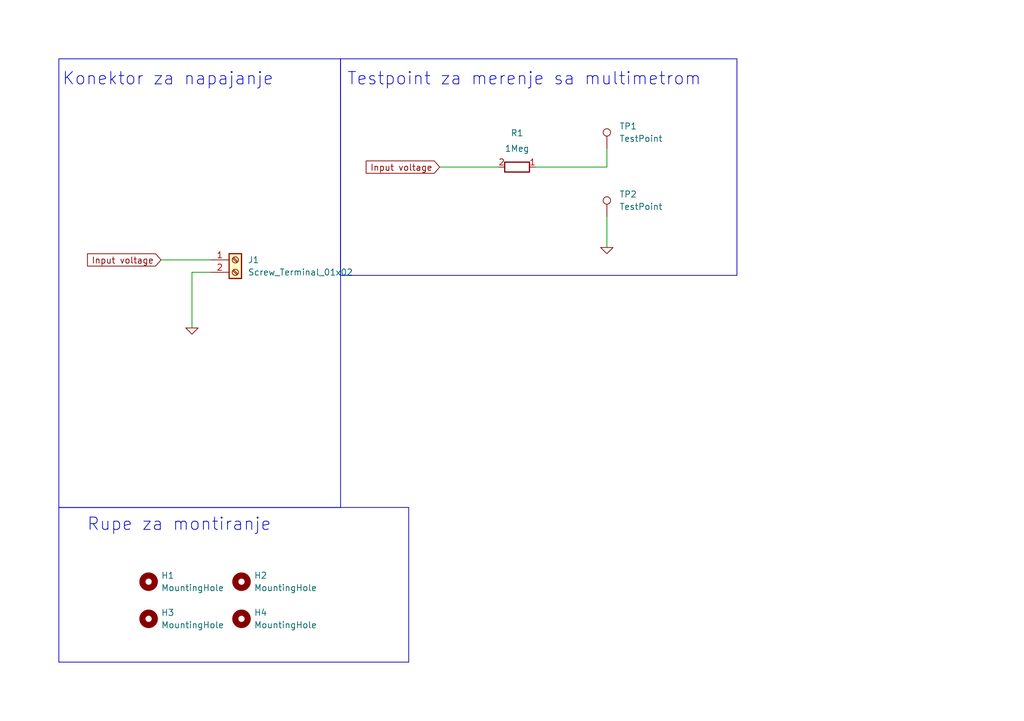
<source format=kicad_sch>
(kicad_sch
	(version 20231120)
	(generator "eeschema")
	(generator_version "8.0")
	(uuid "4bec5ddf-adbf-41fb-a069-c7630bb0044a")
	(paper "A5")
	(title_block
		(title "MegaOtpornik u vazduhu")
		(rev "v1")
	)
	(lib_symbols
		(symbol "Connector:TestPoint"
			(pin_numbers hide)
			(pin_names
				(offset 0.762) hide)
			(exclude_from_sim no)
			(in_bom yes)
			(on_board yes)
			(property "Reference" "TP"
				(at 0 6.858 0)
				(effects
					(font
						(size 1.27 1.27)
					)
				)
			)
			(property "Value" "TestPoint"
				(at 0 5.08 0)
				(effects
					(font
						(size 1.27 1.27)
					)
				)
			)
			(property "Footprint" ""
				(at 5.08 0 0)
				(effects
					(font
						(size 1.27 1.27)
					)
					(hide yes)
				)
			)
			(property "Datasheet" "~"
				(at 5.08 0 0)
				(effects
					(font
						(size 1.27 1.27)
					)
					(hide yes)
				)
			)
			(property "Description" "test point"
				(at 0 0 0)
				(effects
					(font
						(size 1.27 1.27)
					)
					(hide yes)
				)
			)
			(property "ki_keywords" "test point tp"
				(at 0 0 0)
				(effects
					(font
						(size 1.27 1.27)
					)
					(hide yes)
				)
			)
			(property "ki_fp_filters" "Pin* Test*"
				(at 0 0 0)
				(effects
					(font
						(size 1.27 1.27)
					)
					(hide yes)
				)
			)
			(symbol "TestPoint_0_1"
				(circle
					(center 0 3.302)
					(radius 0.762)
					(stroke
						(width 0)
						(type default)
					)
					(fill
						(type none)
					)
				)
			)
			(symbol "TestPoint_1_1"
				(pin passive line
					(at 0 0 90)
					(length 2.54)
					(name "1"
						(effects
							(font
								(size 1.27 1.27)
							)
						)
					)
					(number "1"
						(effects
							(font
								(size 1.27 1.27)
							)
						)
					)
				)
			)
		)
		(symbol "Mechanical:MountingHole"
			(pin_names
				(offset 1.016)
			)
			(exclude_from_sim no)
			(in_bom yes)
			(on_board yes)
			(property "Reference" "H"
				(at 0 5.08 0)
				(effects
					(font
						(size 1.27 1.27)
					)
				)
			)
			(property "Value" "MountingHole"
				(at 0 3.175 0)
				(effects
					(font
						(size 1.27 1.27)
					)
				)
			)
			(property "Footprint" ""
				(at 0 0 0)
				(effects
					(font
						(size 1.27 1.27)
					)
					(hide yes)
				)
			)
			(property "Datasheet" "~"
				(at 0 0 0)
				(effects
					(font
						(size 1.27 1.27)
					)
					(hide yes)
				)
			)
			(property "Description" "Mounting Hole without connection"
				(at 0 0 0)
				(effects
					(font
						(size 1.27 1.27)
					)
					(hide yes)
				)
			)
			(property "ki_keywords" "mounting hole"
				(at 0 0 0)
				(effects
					(font
						(size 1.27 1.27)
					)
					(hide yes)
				)
			)
			(property "ki_fp_filters" "MountingHole*"
				(at 0 0 0)
				(effects
					(font
						(size 1.27 1.27)
					)
					(hide yes)
				)
			)
			(symbol "MountingHole_0_1"
				(circle
					(center 0 0)
					(radius 1.27)
					(stroke
						(width 1.27)
						(type default)
					)
					(fill
						(type none)
					)
				)
			)
		)
		(symbol "PEP_library:R_THT"
			(exclude_from_sim no)
			(in_bom yes)
			(on_board yes)
			(property "Reference" "R"
				(at 2.286 0.762 0)
				(effects
					(font
						(size 1.27 1.27)
					)
				)
			)
			(property "Value" ""
				(at 2.54 -1.524 0)
				(effects
					(font
						(size 1.27 1.27)
					)
				)
			)
			(property "Footprint" "PEP_library:R_Axial_DIN0207_L6.3mm_D2.5mm_P15.24mm_Horizontal"
				(at 0 -3.302 0)
				(effects
					(font
						(size 1.27 1.27)
					)
					(hide yes)
				)
			)
			(property "Datasheet" ""
				(at 0 0 0)
				(effects
					(font
						(size 1.27 1.27)
					)
					(hide yes)
				)
			)
			(property "Description" ""
				(at 0 0 0)
				(effects
					(font
						(size 1.27 1.27)
					)
					(hide yes)
				)
			)
			(property "Size" "THT"
				(at -3.556 -1.27 0)
				(effects
					(font
						(size 1.27 1.27)
					)
				)
			)
			(property "Power rating" ""
				(at 0 0 0)
				(effects
					(font
						(size 1.27 1.27)
					)
					(hide yes)
				)
			)
			(symbol "R_THT_0_1"
				(rectangle
					(start -1.016 2.54)
					(end 1.016 -2.54)
					(stroke
						(width 0.254)
						(type default)
					)
					(fill
						(type none)
					)
				)
			)
			(symbol "R_THT_1_1"
				(pin passive line
					(at 0 3.81 270)
					(length 1.27)
					(name "~"
						(effects
							(font
								(size 1.27 1.27)
							)
						)
					)
					(number "1"
						(effects
							(font
								(size 1.27 1.27)
							)
						)
					)
				)
				(pin passive line
					(at 0 -3.81 90)
					(length 1.27)
					(name "~"
						(effects
							(font
								(size 1.27 1.27)
							)
						)
					)
					(number "2"
						(effects
							(font
								(size 1.27 1.27)
							)
						)
					)
				)
			)
		)
		(symbol "PEP_library:Screw_Terminal_01x02"
			(pin_names
				(offset 1.016) hide)
			(exclude_from_sim no)
			(in_bom yes)
			(on_board yes)
			(property "Reference" "J"
				(at 0 2.54 0)
				(effects
					(font
						(size 1.27 1.27)
					)
				)
			)
			(property "Value" "Screw_Terminal_01x02"
				(at 0 -5.08 0)
				(effects
					(font
						(size 1.27 1.27)
					)
				)
			)
			(property "Footprint" "PEP_library:JP_Connector_PinHeader_2.54mmPinHeader_1x02_P2.54mm_Vertical"
				(at 0 0 0)
				(effects
					(font
						(size 1.27 1.27)
					)
					(hide yes)
				)
			)
			(property "Datasheet" "~"
				(at 0 0 0)
				(effects
					(font
						(size 1.27 1.27)
					)
					(hide yes)
				)
			)
			(property "Description" "Generic screw terminal, single row, 01x02, script generated (kicad-library-utils/schlib/autogen/connector/)"
				(at 0 0 0)
				(effects
					(font
						(size 1.27 1.27)
					)
					(hide yes)
				)
			)
			(property "ki_keywords" "screw terminal"
				(at 0 0 0)
				(effects
					(font
						(size 1.27 1.27)
					)
					(hide yes)
				)
			)
			(property "ki_fp_filters" "TerminalBlock*:*"
				(at 0 0 0)
				(effects
					(font
						(size 1.27 1.27)
					)
					(hide yes)
				)
			)
			(symbol "Screw_Terminal_01x02_1_1"
				(rectangle
					(start -1.27 1.27)
					(end 1.27 -3.81)
					(stroke
						(width 0.254)
						(type default)
					)
					(fill
						(type background)
					)
				)
				(circle
					(center 0 -2.54)
					(radius 0.635)
					(stroke
						(width 0.1524)
						(type default)
					)
					(fill
						(type none)
					)
				)
				(polyline
					(pts
						(xy -0.5334 -2.2098) (xy 0.3302 -3.048)
					)
					(stroke
						(width 0.1524)
						(type default)
					)
					(fill
						(type none)
					)
				)
				(polyline
					(pts
						(xy -0.5334 0.3302) (xy 0.3302 -0.508)
					)
					(stroke
						(width 0.1524)
						(type default)
					)
					(fill
						(type none)
					)
				)
				(polyline
					(pts
						(xy -0.3556 -2.032) (xy 0.508 -2.8702)
					)
					(stroke
						(width 0.1524)
						(type default)
					)
					(fill
						(type none)
					)
				)
				(polyline
					(pts
						(xy -0.3556 0.508) (xy 0.508 -0.3302)
					)
					(stroke
						(width 0.1524)
						(type default)
					)
					(fill
						(type none)
					)
				)
				(circle
					(center 0 0)
					(radius 0.635)
					(stroke
						(width 0.1524)
						(type default)
					)
					(fill
						(type none)
					)
				)
				(pin passive line
					(at -5.08 0 0)
					(length 3.81)
					(name "Pin_1"
						(effects
							(font
								(size 1.27 1.27)
							)
						)
					)
					(number "1"
						(effects
							(font
								(size 1.27 1.27)
							)
						)
					)
				)
				(pin passive line
					(at -5.08 -2.54 0)
					(length 3.81)
					(name "Pin_2"
						(effects
							(font
								(size 1.27 1.27)
							)
						)
					)
					(number "2"
						(effects
							(font
								(size 1.27 1.27)
							)
						)
					)
				)
			)
		)
		(symbol "Simulation_SPICE:0"
			(power)
			(pin_names
				(offset 0)
			)
			(exclude_from_sim no)
			(in_bom yes)
			(on_board yes)
			(property "Reference" "#GND"
				(at 0 -2.54 0)
				(effects
					(font
						(size 1.27 1.27)
					)
					(hide yes)
				)
			)
			(property "Value" "0"
				(at 0 -1.778 0)
				(effects
					(font
						(size 1.27 1.27)
					)
				)
			)
			(property "Footprint" ""
				(at 0 0 0)
				(effects
					(font
						(size 1.27 1.27)
					)
					(hide yes)
				)
			)
			(property "Datasheet" "~"
				(at 0 0 0)
				(effects
					(font
						(size 1.27 1.27)
					)
					(hide yes)
				)
			)
			(property "Description" "0V reference potential for simulation"
				(at 0 0 0)
				(effects
					(font
						(size 1.27 1.27)
					)
					(hide yes)
				)
			)
			(property "ki_keywords" "simulation"
				(at 0 0 0)
				(effects
					(font
						(size 1.27 1.27)
					)
					(hide yes)
				)
			)
			(symbol "0_0_1"
				(polyline
					(pts
						(xy -1.27 0) (xy 0 -1.27) (xy 1.27 0) (xy -1.27 0)
					)
					(stroke
						(width 0)
						(type default)
					)
					(fill
						(type none)
					)
				)
			)
			(symbol "0_1_1"
				(pin power_in line
					(at 0 0 0)
					(length 0) hide
					(name "0"
						(effects
							(font
								(size 1.016 1.016)
							)
						)
					)
					(number "1"
						(effects
							(font
								(size 1.016 1.016)
							)
						)
					)
				)
			)
		)
	)
	(wire
		(pts
			(xy 124.46 34.29) (xy 109.855 34.29)
		)
		(stroke
			(width 0)
			(type default)
		)
		(uuid "1a937f0a-43d0-4de8-97d8-af1e45a332e0")
	)
	(wire
		(pts
			(xy 39.37 55.88) (xy 43.18 55.88)
		)
		(stroke
			(width 0)
			(type default)
		)
		(uuid "2de1e4d5-dca0-404d-be79-48c2917ccfcd")
	)
	(wire
		(pts
			(xy 90.17 34.29) (xy 102.235 34.29)
		)
		(stroke
			(width 0)
			(type default)
		)
		(uuid "84be50b0-2539-4751-9d20-1f5e6a8701a7")
	)
	(wire
		(pts
			(xy 124.46 44.45) (xy 124.46 50.8)
		)
		(stroke
			(width 0)
			(type default)
		)
		(uuid "ad00e8da-03bd-4e75-bac6-0a8447f0ddfd")
	)
	(wire
		(pts
			(xy 43.18 53.34) (xy 33.02 53.34)
		)
		(stroke
			(width 0)
			(type default)
		)
		(uuid "b2cf25fa-878d-4868-ac7f-3dcb387d77f0")
	)
	(wire
		(pts
			(xy 124.46 30.48) (xy 124.46 34.29)
		)
		(stroke
			(width 0)
			(type default)
		)
		(uuid "d7cf4997-dd7b-4163-b077-e5f24706b042")
	)
	(wire
		(pts
			(xy 39.37 55.88) (xy 39.37 67.31)
		)
		(stroke
			(width 0)
			(type default)
		)
		(uuid "deee6f42-005e-404e-9987-66c114bfffeb")
	)
	(rectangle
		(start 12.065 12.065)
		(end 69.85 104.14)
		(stroke
			(width 0)
			(type default)
		)
		(fill
			(type none)
		)
		(uuid 38749e43-3110-4f59-8ac6-76775dd37de5)
	)
	(rectangle
		(start 12.065 104.14)
		(end 83.82 135.89)
		(stroke
			(width 0)
			(type default)
		)
		(fill
			(type none)
		)
		(uuid 81b9c5dc-703e-43b5-ad34-0becdc64748b)
	)
	(rectangle
		(start 69.85 12.065)
		(end 151.13 56.515)
		(stroke
			(width 0)
			(type default)
		)
		(fill
			(type none)
		)
		(uuid d4ac0108-50c7-4338-8f56-9f2b63c91bc1)
	)
	(text "Rupe za montiranje\n"
		(exclude_from_sim no)
		(at 17.78 109.22 0)
		(effects
			(font
				(size 2.54 2.54)
			)
			(justify left bottom)
		)
		(uuid "2a4bf67d-83bf-4c30-a6e3-5f60222c600a")
	)
	(text "Konektor za napajanje"
		(exclude_from_sim no)
		(at 12.7 17.78 0)
		(effects
			(font
				(size 2.54 2.54)
			)
			(justify left bottom)
		)
		(uuid "7adc5d2b-b8ad-46b4-be92-74dfb29a0d16")
	)
	(text "Testpoint za merenje sa multimetrom"
		(exclude_from_sim no)
		(at 71.12 17.78 0)
		(effects
			(font
				(size 2.54 2.54)
			)
			(justify left bottom)
		)
		(uuid "a0f6d9b0-5a3e-47ab-948b-323d2eea09f2")
	)
	(global_label "Input voltage"
		(shape input)
		(at 33.02 53.34 180)
		(fields_autoplaced yes)
		(effects
			(font
				(size 1.27 1.27)
			)
			(justify right)
		)
		(uuid "63726f7c-206d-41b5-9e91-1a2a78cb4674")
		(property "Intersheetrefs" "${INTERSHEET_REFS}"
			(at 17.3956 53.34 0)
			(effects
				(font
					(size 1.27 1.27)
				)
				(justify right)
				(hide yes)
			)
		)
	)
	(global_label "Input voltage"
		(shape input)
		(at 90.17 34.29 180)
		(fields_autoplaced yes)
		(effects
			(font
				(size 1.27 1.27)
			)
			(justify right)
		)
		(uuid "e8694f14-3660-4043-bd4b-336b06a22513")
		(property "Intersheetrefs" "${INTERSHEET_REFS}"
			(at 74.5456 34.29 0)
			(effects
				(font
					(size 1.27 1.27)
				)
				(justify right)
				(hide yes)
			)
		)
	)
	(symbol
		(lib_id "Simulation_SPICE:0")
		(at 39.37 67.31 0)
		(unit 1)
		(exclude_from_sim no)
		(in_bom yes)
		(on_board yes)
		(dnp no)
		(fields_autoplaced yes)
		(uuid "03337c04-a0a3-4cad-90d6-bcdb0825243b")
		(property "Reference" "#GND05"
			(at 39.37 69.85 0)
			(effects
				(font
					(size 1.27 1.27)
				)
				(hide yes)
			)
		)
		(property "Value" "0"
			(at 39.37 64.77 0)
			(effects
				(font
					(size 1.27 1.27)
				)
				(hide yes)
			)
		)
		(property "Footprint" ""
			(at 39.37 67.31 0)
			(effects
				(font
					(size 1.27 1.27)
				)
				(hide yes)
			)
		)
		(property "Datasheet" "~"
			(at 39.37 67.31 0)
			(effects
				(font
					(size 1.27 1.27)
				)
				(hide yes)
			)
		)
		(property "Description" ""
			(at 39.37 67.31 0)
			(effects
				(font
					(size 1.27 1.27)
				)
				(hide yes)
			)
		)
		(pin "1"
			(uuid "850e1ec3-8e9f-470a-98e8-8a0bd8f8fc8d")
		)
		(instances
			(project "006_RC_vremenska_konstanta"
				(path "/4bec5ddf-adbf-41fb-a069-c7630bb0044a"
					(reference "#GND05")
					(unit 1)
				)
			)
		)
	)
	(symbol
		(lib_id "Connector:TestPoint")
		(at 124.46 44.45 0)
		(unit 1)
		(exclude_from_sim no)
		(in_bom yes)
		(on_board yes)
		(dnp no)
		(fields_autoplaced yes)
		(uuid "03ac2d0d-9463-49a1-ae12-19e834d99460")
		(property "Reference" "TP2"
			(at 127 39.8779 0)
			(effects
				(font
					(size 1.27 1.27)
				)
				(justify left)
			)
		)
		(property "Value" "TestPoint"
			(at 127 42.4179 0)
			(effects
				(font
					(size 1.27 1.27)
				)
				(justify left)
			)
		)
		(property "Footprint" ""
			(at 129.54 44.45 0)
			(effects
				(font
					(size 1.27 1.27)
				)
				(hide yes)
			)
		)
		(property "Datasheet" "~"
			(at 129.54 44.45 0)
			(effects
				(font
					(size 1.27 1.27)
				)
				(hide yes)
			)
		)
		(property "Description" "test point"
			(at 124.46 44.45 0)
			(effects
				(font
					(size 1.27 1.27)
				)
				(hide yes)
			)
		)
		(pin "1"
			(uuid "839c5df4-792e-4e36-9d92-2375babfda8a")
		)
		(instances
			(project "PEP007-V1-MegaOtpornik_u_vazduhu"
				(path "/4bec5ddf-adbf-41fb-a069-c7630bb0044a"
					(reference "TP2")
					(unit 1)
				)
			)
		)
	)
	(symbol
		(lib_id "Mechanical:MountingHole")
		(at 30.48 127 0)
		(unit 1)
		(exclude_from_sim no)
		(in_bom yes)
		(on_board yes)
		(dnp no)
		(fields_autoplaced yes)
		(uuid "0c3764e9-1df8-4553-89ea-56bfbfbc7b81")
		(property "Reference" "H3"
			(at 33.02 125.73 0)
			(effects
				(font
					(size 1.27 1.27)
				)
				(justify left)
			)
		)
		(property "Value" "MountingHole"
			(at 33.02 128.27 0)
			(effects
				(font
					(size 1.27 1.27)
				)
				(justify left)
			)
		)
		(property "Footprint" "MountingHole:MountingHole_3.2mm_M3_ISO14580_Pad_TopBottom"
			(at 30.48 127 0)
			(effects
				(font
					(size 1.27 1.27)
				)
				(hide yes)
			)
		)
		(property "Datasheet" "~"
			(at 30.48 127 0)
			(effects
				(font
					(size 1.27 1.27)
				)
				(hide yes)
			)
		)
		(property "Description" ""
			(at 30.48 127 0)
			(effects
				(font
					(size 1.27 1.27)
				)
				(hide yes)
			)
		)
		(instances
			(project "003_redna_paralelna_otpornost"
				(path "/4bec5ddf-adbf-41fb-a069-c7630bb0044a"
					(reference "H3")
					(unit 1)
				)
			)
		)
	)
	(symbol
		(lib_id "Connector:TestPoint")
		(at 124.46 30.48 0)
		(unit 1)
		(exclude_from_sim no)
		(in_bom yes)
		(on_board yes)
		(dnp no)
		(fields_autoplaced yes)
		(uuid "2b8c0931-4ec5-43d0-adfc-9f0193ca25a2")
		(property "Reference" "TP1"
			(at 127 25.9079 0)
			(effects
				(font
					(size 1.27 1.27)
				)
				(justify left)
			)
		)
		(property "Value" "TestPoint"
			(at 127 28.4479 0)
			(effects
				(font
					(size 1.27 1.27)
				)
				(justify left)
			)
		)
		(property "Footprint" ""
			(at 129.54 30.48 0)
			(effects
				(font
					(size 1.27 1.27)
				)
				(hide yes)
			)
		)
		(property "Datasheet" "~"
			(at 129.54 30.48 0)
			(effects
				(font
					(size 1.27 1.27)
				)
				(hide yes)
			)
		)
		(property "Description" "test point"
			(at 124.46 30.48 0)
			(effects
				(font
					(size 1.27 1.27)
				)
				(hide yes)
			)
		)
		(pin "1"
			(uuid "37ab1224-c21c-43a3-9b02-68b802fb05e3")
		)
		(instances
			(project "PEP007-V1-MegaOtpornik_u_vazduhu"
				(path "/4bec5ddf-adbf-41fb-a069-c7630bb0044a"
					(reference "TP1")
					(unit 1)
				)
			)
		)
	)
	(symbol
		(lib_id "Mechanical:MountingHole")
		(at 49.53 119.38 0)
		(unit 1)
		(exclude_from_sim no)
		(in_bom yes)
		(on_board yes)
		(dnp no)
		(fields_autoplaced yes)
		(uuid "7380b1a0-f8b2-466b-b83a-f01ec9a63e25")
		(property "Reference" "H2"
			(at 52.07 118.11 0)
			(effects
				(font
					(size 1.27 1.27)
				)
				(justify left)
			)
		)
		(property "Value" "MountingHole"
			(at 52.07 120.65 0)
			(effects
				(font
					(size 1.27 1.27)
				)
				(justify left)
			)
		)
		(property "Footprint" "MountingHole:MountingHole_3.2mm_M3_ISO14580_Pad_TopBottom"
			(at 49.53 119.38 0)
			(effects
				(font
					(size 1.27 1.27)
				)
				(hide yes)
			)
		)
		(property "Datasheet" "~"
			(at 49.53 119.38 0)
			(effects
				(font
					(size 1.27 1.27)
				)
				(hide yes)
			)
		)
		(property "Description" ""
			(at 49.53 119.38 0)
			(effects
				(font
					(size 1.27 1.27)
				)
				(hide yes)
			)
		)
		(instances
			(project "003_redna_paralelna_otpornost"
				(path "/4bec5ddf-adbf-41fb-a069-c7630bb0044a"
					(reference "H2")
					(unit 1)
				)
			)
		)
	)
	(symbol
		(lib_id "Simulation_SPICE:0")
		(at 124.46 50.8 0)
		(unit 1)
		(exclude_from_sim no)
		(in_bom yes)
		(on_board yes)
		(dnp no)
		(fields_autoplaced yes)
		(uuid "79dd7aba-63b4-461a-bad6-61c70f2a6ca7")
		(property "Reference" "#GND01"
			(at 124.46 53.34 0)
			(effects
				(font
					(size 1.27 1.27)
				)
				(hide yes)
			)
		)
		(property "Value" "0"
			(at 124.46 48.26 0)
			(effects
				(font
					(size 1.27 1.27)
				)
				(hide yes)
			)
		)
		(property "Footprint" ""
			(at 124.46 50.8 0)
			(effects
				(font
					(size 1.27 1.27)
				)
				(hide yes)
			)
		)
		(property "Datasheet" "~"
			(at 124.46 50.8 0)
			(effects
				(font
					(size 1.27 1.27)
				)
				(hide yes)
			)
		)
		(property "Description" ""
			(at 124.46 50.8 0)
			(effects
				(font
					(size 1.27 1.27)
				)
				(hide yes)
			)
		)
		(pin "1"
			(uuid "61bc9961-ca7a-47da-b772-87c9dda05080")
		)
		(instances
			(project "PEP007-V1-MegaOtpornik_u_vazduhu"
				(path "/4bec5ddf-adbf-41fb-a069-c7630bb0044a"
					(reference "#GND01")
					(unit 1)
				)
			)
		)
	)
	(symbol
		(lib_id "PEP_library:Screw_Terminal_01x02")
		(at 48.26 53.34 0)
		(unit 1)
		(exclude_from_sim no)
		(in_bom yes)
		(on_board yes)
		(dnp no)
		(fields_autoplaced yes)
		(uuid "87aab5ac-33dc-4aa2-9838-2fbaec6ad07e")
		(property "Reference" "J1"
			(at 50.8 53.3399 0)
			(effects
				(font
					(size 1.27 1.27)
				)
				(justify left)
			)
		)
		(property "Value" "Screw_Terminal_01x02"
			(at 50.8 55.8799 0)
			(effects
				(font
					(size 1.27 1.27)
				)
				(justify left)
			)
		)
		(property "Footprint" "PEP_library:JP_Connector_PinHeader_2.54mmPinHeader_1x02_P2.54mm_Vertical"
			(at 48.26 53.34 0)
			(effects
				(font
					(size 1.27 1.27)
				)
				(hide yes)
			)
		)
		(property "Datasheet" "~"
			(at 48.26 53.34 0)
			(effects
				(font
					(size 1.27 1.27)
				)
				(hide yes)
			)
		)
		(property "Description" "Generic screw terminal, single row, 01x02, script generated (kicad-library-utils/schlib/autogen/connector/)"
			(at 48.26 53.34 0)
			(effects
				(font
					(size 1.27 1.27)
				)
				(hide yes)
			)
		)
		(pin "1"
			(uuid "0532f0be-9fc3-4b2a-b93e-a63afe5150ca")
		)
		(pin "2"
			(uuid "856b8a10-596a-486c-bce8-59154ad9e724")
		)
		(instances
			(project ""
				(path "/4bec5ddf-adbf-41fb-a069-c7630bb0044a"
					(reference "J1")
					(unit 1)
				)
			)
		)
	)
	(symbol
		(lib_id "Mechanical:MountingHole")
		(at 30.48 119.38 0)
		(unit 1)
		(exclude_from_sim no)
		(in_bom yes)
		(on_board yes)
		(dnp no)
		(fields_autoplaced yes)
		(uuid "89b32dda-3684-4232-b25f-42934ae80d4f")
		(property "Reference" "H1"
			(at 33.02 118.11 0)
			(effects
				(font
					(size 1.27 1.27)
				)
				(justify left)
			)
		)
		(property "Value" "MountingHole"
			(at 33.02 120.65 0)
			(effects
				(font
					(size 1.27 1.27)
				)
				(justify left)
			)
		)
		(property "Footprint" "MountingHole:MountingHole_3.2mm_M3_ISO14580_Pad_TopBottom"
			(at 30.48 119.38 0)
			(effects
				(font
					(size 1.27 1.27)
				)
				(hide yes)
			)
		)
		(property "Datasheet" "~"
			(at 30.48 119.38 0)
			(effects
				(font
					(size 1.27 1.27)
				)
				(hide yes)
			)
		)
		(property "Description" ""
			(at 30.48 119.38 0)
			(effects
				(font
					(size 1.27 1.27)
				)
				(hide yes)
			)
		)
		(instances
			(project "003_redna_paralelna_otpornost"
				(path "/4bec5ddf-adbf-41fb-a069-c7630bb0044a"
					(reference "H1")
					(unit 1)
				)
			)
		)
	)
	(symbol
		(lib_id "Mechanical:MountingHole")
		(at 49.53 127 0)
		(unit 1)
		(exclude_from_sim no)
		(in_bom yes)
		(on_board yes)
		(dnp no)
		(fields_autoplaced yes)
		(uuid "a659e5e8-81b3-4c67-aafb-95f68da7b68f")
		(property "Reference" "H4"
			(at 52.07 125.73 0)
			(effects
				(font
					(size 1.27 1.27)
				)
				(justify left)
			)
		)
		(property "Value" "MountingHole"
			(at 52.07 128.27 0)
			(effects
				(font
					(size 1.27 1.27)
				)
				(justify left)
			)
		)
		(property "Footprint" "MountingHole:MountingHole_3.2mm_M3_ISO14580_Pad_TopBottom"
			(at 49.53 127 0)
			(effects
				(font
					(size 1.27 1.27)
				)
				(hide yes)
			)
		)
		(property "Datasheet" "~"
			(at 49.53 127 0)
			(effects
				(font
					(size 1.27 1.27)
				)
				(hide yes)
			)
		)
		(property "Description" ""
			(at 49.53 127 0)
			(effects
				(font
					(size 1.27 1.27)
				)
				(hide yes)
			)
		)
		(instances
			(project "003_redna_paralelna_otpornost"
				(path "/4bec5ddf-adbf-41fb-a069-c7630bb0044a"
					(reference "H4")
					(unit 1)
				)
			)
		)
	)
	(symbol
		(lib_id "PEP_library:R_THT")
		(at 106.045 34.29 270)
		(unit 1)
		(exclude_from_sim no)
		(in_bom yes)
		(on_board yes)
		(dnp no)
		(uuid "fef41541-fe21-4cba-aa23-6c5846ba95e2")
		(property "Reference" "R1"
			(at 106.045 27.305 90)
			(effects
				(font
					(size 1.27 1.27)
				)
			)
		)
		(property "Value" "1Meg"
			(at 106.045 30.48 90)
			(effects
				(font
					(size 1.27 1.27)
				)
			)
		)
		(property "Footprint" "PEP_library:R_Axial_DIN0207_L6.3mm_D2.5mm_P15.24mm_Horizontal"
			(at 102.743 34.29 0)
			(effects
				(font
					(size 1.27 1.27)
				)
				(hide yes)
			)
		)
		(property "Datasheet" ""
			(at 106.045 34.29 0)
			(effects
				(font
					(size 1.27 1.27)
				)
				(hide yes)
			)
		)
		(property "Description" ""
			(at 106.045 34.29 0)
			(effects
				(font
					(size 1.27 1.27)
				)
				(hide yes)
			)
		)
		(property "Size" ""
			(at 106.045 31.115 90)
			(effects
				(font
					(size 1.27 1.27)
				)
			)
		)
		(property "Power rating" ""
			(at 106.045 34.29 0)
			(effects
				(font
					(size 1.27 1.27)
				)
				(hide yes)
			)
		)
		(pin "2"
			(uuid "17d83b48-3588-4df7-8b20-928d44211aad")
		)
		(pin "1"
			(uuid "e73f264f-ac05-4cad-94d3-cb661cbb9c08")
		)
		(instances
			(project ""
				(path "/4bec5ddf-adbf-41fb-a069-c7630bb0044a"
					(reference "R1")
					(unit 1)
				)
			)
		)
	)
	(sheet_instances
		(path "/"
			(page "1")
		)
	)
)

</source>
